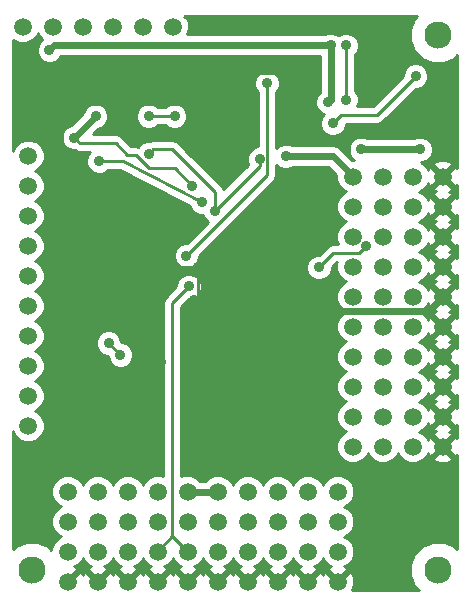
<source format=gbl>
G04 (created by PCBNEW (25-Oct-2014 BZR 4029)-stable) date Tue 06 Oct 2015 06:54:10 PM EDT*
%MOIN*%
G04 Gerber Fmt 3.4, Leading zero omitted, Abs format*
%FSLAX34Y34*%
G01*
G70*
G90*
G04 APERTURE LIST*
%ADD10C,0.00590551*%
%ADD11C,0.0590551*%
%ADD12C,0.0905512*%
%ADD13C,0.035*%
%ADD14C,0.0228346*%
%ADD15C,0.01*%
G04 APERTURE END LIST*
G54D10*
G54D11*
X71500Y-40000D03*
X70500Y-40000D03*
X69500Y-40000D03*
X72500Y-40000D03*
X73500Y-40000D03*
X74500Y-40000D03*
X71000Y-56500D03*
X71000Y-55500D03*
X71000Y-57500D03*
X71000Y-58500D03*
X72000Y-56500D03*
X72000Y-55500D03*
X72000Y-57500D03*
X72000Y-58500D03*
X73000Y-56500D03*
X73000Y-55500D03*
X73000Y-57500D03*
X73000Y-58500D03*
X74000Y-56500D03*
X74000Y-55500D03*
X74000Y-57500D03*
X74000Y-58500D03*
X75000Y-56500D03*
X75000Y-55500D03*
X75000Y-57500D03*
X75000Y-58500D03*
X76000Y-56500D03*
X76000Y-55500D03*
X76000Y-57500D03*
X76000Y-58500D03*
X77000Y-56500D03*
X77000Y-55500D03*
X77000Y-57500D03*
X77000Y-58500D03*
X79000Y-56500D03*
X79000Y-55500D03*
X79000Y-57500D03*
X79000Y-58500D03*
X81500Y-46000D03*
X80500Y-46000D03*
X82500Y-46000D03*
X83500Y-46000D03*
X81500Y-47000D03*
X80500Y-47000D03*
X82500Y-47000D03*
X83500Y-47000D03*
X81500Y-45000D03*
X80500Y-45000D03*
X82500Y-45000D03*
X83500Y-45000D03*
X81500Y-48000D03*
X80500Y-48000D03*
X82500Y-48000D03*
X83500Y-48000D03*
X81500Y-49000D03*
X80500Y-49000D03*
X82500Y-49000D03*
X83500Y-49000D03*
X81500Y-50000D03*
X80500Y-50000D03*
X82500Y-50000D03*
X83500Y-50000D03*
X81500Y-51000D03*
X80500Y-51000D03*
X82500Y-51000D03*
X83500Y-51000D03*
X81500Y-52000D03*
X80500Y-52000D03*
X82500Y-52000D03*
X83500Y-52000D03*
X81500Y-53000D03*
X80500Y-53000D03*
X82500Y-53000D03*
X83500Y-53000D03*
X81500Y-54000D03*
X80500Y-54000D03*
X82500Y-54000D03*
X83500Y-54000D03*
X78000Y-56500D03*
X78000Y-55500D03*
X78000Y-57500D03*
X78000Y-58500D03*
X80000Y-56500D03*
X80000Y-55500D03*
X80000Y-57500D03*
X80000Y-58500D03*
X69685Y-49318D03*
X69685Y-50318D03*
X69685Y-51318D03*
X69685Y-52318D03*
X69685Y-53318D03*
X69685Y-48318D03*
X69685Y-47318D03*
X69685Y-46318D03*
X69685Y-45318D03*
X69685Y-44318D03*
G54D12*
X83346Y-40275D03*
X83346Y-58110D03*
X69803Y-58110D03*
G54D13*
X82755Y-44094D03*
X80787Y-44094D03*
X72362Y-50551D03*
X72755Y-50944D03*
X73700Y-44251D03*
X75905Y-46141D03*
X77401Y-44409D03*
X78267Y-44330D03*
X79685Y-42519D03*
X79763Y-40629D03*
X70393Y-40787D03*
X79527Y-50039D03*
X73700Y-49685D03*
X74094Y-51181D03*
X75196Y-49133D03*
X74251Y-48031D03*
X75354Y-48031D03*
X76692Y-43858D03*
X78976Y-41968D03*
X75354Y-42047D03*
X73622Y-41889D03*
X70551Y-42755D03*
X77637Y-41889D03*
X74960Y-47637D03*
X72047Y-44488D03*
X75472Y-45866D03*
X75157Y-45314D03*
X71929Y-42992D03*
X71220Y-43700D03*
X73700Y-42992D03*
X74566Y-42992D03*
X80275Y-40629D03*
X80275Y-42440D03*
X80944Y-47322D03*
X79370Y-48031D03*
X82598Y-41653D03*
X79842Y-43228D03*
X75039Y-48661D03*
G54D14*
X80787Y-44094D02*
X82755Y-44094D01*
G54D15*
X72755Y-50944D02*
X72362Y-50551D01*
X75905Y-45511D02*
X75905Y-46141D01*
X74488Y-44094D02*
X75905Y-45511D01*
X73858Y-44094D02*
X74488Y-44094D01*
X73700Y-44251D02*
X73858Y-44094D01*
X75905Y-46141D02*
X77401Y-44645D01*
X77401Y-44645D02*
X77401Y-44409D01*
G54D14*
X80500Y-44988D02*
X80500Y-45000D01*
X79842Y-44330D02*
X80500Y-44988D01*
X78267Y-44330D02*
X79842Y-44330D01*
X75000Y-55500D02*
X76000Y-55500D01*
X79763Y-40629D02*
X79763Y-42440D01*
X79763Y-42440D02*
X79685Y-42519D01*
X70551Y-40629D02*
X79763Y-40629D01*
X70393Y-40787D02*
X70551Y-40629D01*
X83011Y-49488D02*
X83500Y-49000D01*
X80078Y-49488D02*
X83011Y-49488D01*
X79527Y-50039D02*
X80078Y-49488D01*
G54D15*
X73700Y-50787D02*
X73700Y-49685D01*
X74094Y-51181D02*
X73700Y-50787D01*
X75354Y-48031D02*
X75354Y-48976D01*
X75354Y-48976D02*
X75196Y-49133D01*
X75354Y-48031D02*
X74251Y-48031D01*
G54D14*
X75354Y-42047D02*
X76692Y-43385D01*
X76692Y-43385D02*
X76692Y-43858D01*
X78503Y-41496D02*
X78976Y-41968D01*
X75905Y-41496D02*
X78503Y-41496D01*
X75354Y-42047D02*
X75354Y-42047D01*
X75354Y-42047D02*
X75905Y-41496D01*
X71417Y-41889D02*
X73622Y-41889D01*
X70551Y-42755D02*
X71417Y-41889D01*
G54D15*
X77637Y-44960D02*
X77637Y-41889D01*
X74960Y-47637D02*
X77637Y-44960D01*
X72834Y-44488D02*
X72047Y-44488D01*
X75472Y-45866D02*
X72834Y-44488D01*
X71220Y-43700D02*
X71417Y-43897D01*
X74566Y-44724D02*
X75157Y-45314D01*
X73700Y-44724D02*
X74566Y-44724D01*
X73267Y-44291D02*
X73700Y-44724D01*
X72992Y-44291D02*
X73267Y-44291D01*
X72598Y-43897D02*
X72992Y-44291D01*
X71417Y-43897D02*
X72598Y-43897D01*
G54D14*
X71220Y-43700D02*
X71929Y-42992D01*
G54D15*
X73700Y-42992D02*
X74566Y-42992D01*
X80275Y-42440D02*
X80275Y-40629D01*
X80708Y-47559D02*
X80944Y-47322D01*
X79842Y-47559D02*
X80708Y-47559D01*
X79370Y-48031D02*
X79842Y-47559D01*
X81299Y-42952D02*
X82598Y-41653D01*
X80118Y-42952D02*
X81299Y-42952D01*
X79842Y-43228D02*
X80118Y-42952D01*
X74000Y-57500D02*
X74000Y-57476D01*
X74000Y-57476D02*
X74488Y-56988D01*
X75039Y-48661D02*
X74488Y-49212D01*
X74488Y-49212D02*
X74488Y-56988D01*
X74488Y-56988D02*
X75000Y-57500D01*
G54D10*
G36*
X74576Y-40005D02*
X74505Y-40076D01*
X74500Y-40070D01*
X74494Y-40076D01*
X74423Y-40005D01*
X74429Y-40000D01*
X74423Y-39994D01*
X74494Y-39923D01*
X74500Y-39929D01*
X74505Y-39923D01*
X74576Y-39994D01*
X74570Y-40000D01*
X74576Y-40005D01*
X74576Y-40005D01*
G37*
G54D15*
X74576Y-40005D02*
X74505Y-40076D01*
X74500Y-40070D01*
X74494Y-40076D01*
X74423Y-40005D01*
X74429Y-40000D01*
X74423Y-39994D01*
X74494Y-39923D01*
X74500Y-39929D01*
X74505Y-39923D01*
X74576Y-39994D01*
X74570Y-40000D01*
X74576Y-40005D01*
G54D10*
G36*
X83982Y-57422D02*
X83877Y-57317D01*
X83811Y-57290D01*
X83811Y-54382D01*
X83500Y-54070D01*
X83429Y-54141D01*
X83429Y-54000D01*
X83117Y-53688D01*
X83022Y-53714D01*
X82999Y-53780D01*
X82962Y-53691D01*
X82809Y-53538D01*
X82717Y-53500D01*
X82808Y-53462D01*
X82961Y-53309D01*
X82997Y-53224D01*
X83022Y-53285D01*
X83117Y-53311D01*
X83429Y-53000D01*
X83117Y-52688D01*
X83022Y-52714D01*
X82999Y-52780D01*
X82962Y-52691D01*
X82809Y-52538D01*
X82717Y-52500D01*
X82808Y-52462D01*
X82961Y-52309D01*
X82997Y-52224D01*
X83022Y-52285D01*
X83117Y-52311D01*
X83429Y-52000D01*
X83117Y-51688D01*
X83022Y-51714D01*
X82999Y-51780D01*
X82962Y-51691D01*
X82809Y-51538D01*
X82717Y-51500D01*
X82808Y-51462D01*
X82961Y-51309D01*
X82997Y-51224D01*
X83022Y-51285D01*
X83117Y-51311D01*
X83429Y-51000D01*
X83117Y-50688D01*
X83022Y-50714D01*
X82999Y-50780D01*
X82962Y-50691D01*
X82809Y-50538D01*
X82717Y-50500D01*
X82808Y-50462D01*
X82961Y-50309D01*
X82997Y-50224D01*
X83022Y-50285D01*
X83117Y-50311D01*
X83429Y-50000D01*
X83117Y-49688D01*
X83022Y-49714D01*
X82999Y-49780D01*
X82962Y-49691D01*
X82809Y-49538D01*
X82717Y-49500D01*
X82808Y-49462D01*
X82961Y-49309D01*
X82997Y-49224D01*
X83022Y-49285D01*
X83117Y-49311D01*
X83429Y-49000D01*
X83117Y-48688D01*
X83022Y-48714D01*
X82999Y-48780D01*
X82962Y-48691D01*
X82809Y-48538D01*
X82717Y-48500D01*
X82808Y-48462D01*
X82961Y-48309D01*
X82997Y-48224D01*
X83022Y-48285D01*
X83117Y-48311D01*
X83429Y-48000D01*
X83117Y-47688D01*
X83022Y-47714D01*
X82999Y-47780D01*
X82962Y-47691D01*
X82809Y-47538D01*
X82717Y-47500D01*
X82808Y-47462D01*
X82961Y-47309D01*
X82997Y-47224D01*
X83022Y-47285D01*
X83117Y-47311D01*
X83429Y-47000D01*
X83117Y-46688D01*
X83022Y-46714D01*
X82999Y-46780D01*
X82962Y-46691D01*
X82809Y-46538D01*
X82717Y-46500D01*
X82808Y-46462D01*
X82961Y-46309D01*
X82997Y-46224D01*
X83022Y-46285D01*
X83117Y-46311D01*
X83429Y-46000D01*
X83117Y-45688D01*
X83022Y-45714D01*
X82999Y-45780D01*
X82962Y-45691D01*
X82809Y-45538D01*
X82717Y-45500D01*
X82808Y-45462D01*
X82961Y-45309D01*
X82997Y-45224D01*
X83022Y-45285D01*
X83117Y-45311D01*
X83429Y-45000D01*
X83117Y-44688D01*
X83022Y-44714D01*
X82999Y-44780D01*
X82962Y-44691D01*
X82809Y-44538D01*
X82764Y-44519D01*
X82840Y-44519D01*
X82996Y-44454D01*
X83115Y-44335D01*
X83180Y-44179D01*
X83180Y-44010D01*
X83116Y-43854D01*
X82996Y-43734D01*
X82840Y-43669D01*
X82671Y-43669D01*
X82524Y-43730D01*
X81018Y-43730D01*
X80872Y-43669D01*
X80703Y-43669D01*
X80546Y-43733D01*
X80427Y-43853D01*
X80362Y-44009D01*
X80362Y-44178D01*
X80426Y-44334D01*
X80546Y-44454D01*
X80546Y-44454D01*
X80481Y-44454D01*
X80100Y-44073D01*
X79981Y-43994D01*
X79842Y-43966D01*
X78498Y-43966D01*
X78352Y-43905D01*
X78183Y-43905D01*
X78027Y-43970D01*
X77937Y-44059D01*
X77937Y-42190D01*
X77997Y-42130D01*
X78062Y-41974D01*
X78062Y-41805D01*
X77998Y-41649D01*
X77878Y-41529D01*
X77722Y-41464D01*
X77553Y-41464D01*
X77397Y-41529D01*
X77277Y-41648D01*
X77212Y-41804D01*
X77212Y-41973D01*
X77277Y-42130D01*
X77337Y-42190D01*
X77337Y-43984D01*
X77317Y-43984D01*
X77161Y-44048D01*
X77041Y-44168D01*
X76976Y-44324D01*
X76976Y-44493D01*
X77021Y-44601D01*
X76189Y-45433D01*
X76182Y-45397D01*
X76117Y-45299D01*
X76117Y-45299D01*
X74992Y-44174D01*
X74992Y-42907D01*
X74927Y-42751D01*
X74807Y-42632D01*
X74651Y-42567D01*
X74482Y-42567D01*
X74326Y-42631D01*
X74265Y-42692D01*
X74001Y-42692D01*
X73941Y-42632D01*
X73785Y-42567D01*
X73616Y-42567D01*
X73460Y-42631D01*
X73340Y-42751D01*
X73275Y-42907D01*
X73275Y-43076D01*
X73340Y-43232D01*
X73459Y-43352D01*
X73615Y-43417D01*
X73784Y-43417D01*
X73941Y-43352D01*
X74001Y-43292D01*
X74265Y-43292D01*
X74325Y-43352D01*
X74482Y-43417D01*
X74651Y-43417D01*
X74807Y-43352D01*
X74927Y-43233D01*
X74991Y-43077D01*
X74992Y-42907D01*
X74992Y-44174D01*
X74700Y-43882D01*
X74602Y-43817D01*
X74488Y-43794D01*
X73858Y-43794D01*
X73743Y-43817D01*
X73728Y-43826D01*
X73728Y-43826D01*
X73616Y-43826D01*
X73460Y-43891D01*
X73344Y-44006D01*
X73344Y-44006D01*
X73267Y-43991D01*
X73116Y-43991D01*
X72810Y-43685D01*
X72713Y-43620D01*
X72598Y-43597D01*
X71838Y-43597D01*
X72023Y-43413D01*
X72169Y-43352D01*
X72289Y-43233D01*
X72354Y-43077D01*
X72354Y-42907D01*
X72289Y-42751D01*
X72170Y-42632D01*
X72014Y-42567D01*
X71844Y-42567D01*
X71688Y-42631D01*
X71569Y-42751D01*
X71507Y-42898D01*
X71126Y-43279D01*
X70980Y-43340D01*
X70860Y-43459D01*
X70795Y-43615D01*
X70795Y-43784D01*
X70859Y-43941D01*
X70979Y-44060D01*
X71135Y-44125D01*
X71229Y-44125D01*
X71229Y-44125D01*
X71302Y-44174D01*
X71417Y-44197D01*
X71417Y-44197D01*
X71736Y-44197D01*
X71687Y-44247D01*
X71622Y-44403D01*
X71622Y-44572D01*
X71686Y-44728D01*
X71806Y-44848D01*
X71962Y-44913D01*
X72131Y-44913D01*
X72287Y-44848D01*
X72348Y-44788D01*
X72760Y-44788D01*
X75064Y-45992D01*
X75111Y-46106D01*
X75231Y-46226D01*
X75387Y-46291D01*
X75507Y-46291D01*
X75545Y-46382D01*
X75664Y-46501D01*
X75670Y-46504D01*
X74961Y-47212D01*
X74876Y-47212D01*
X74720Y-47277D01*
X74600Y-47396D01*
X74535Y-47552D01*
X74535Y-47721D01*
X74600Y-47878D01*
X74719Y-47997D01*
X74875Y-48062D01*
X75044Y-48062D01*
X75201Y-47998D01*
X75320Y-47878D01*
X75385Y-47722D01*
X75385Y-47637D01*
X77849Y-45172D01*
X77849Y-45172D01*
X77914Y-45075D01*
X77937Y-44960D01*
X77937Y-44960D01*
X77937Y-44601D01*
X78026Y-44690D01*
X78182Y-44755D01*
X78351Y-44755D01*
X78499Y-44694D01*
X79691Y-44694D01*
X79954Y-44957D01*
X79954Y-45107D01*
X80037Y-45308D01*
X80190Y-45461D01*
X80282Y-45499D01*
X80191Y-45537D01*
X80038Y-45690D01*
X79954Y-45891D01*
X79954Y-46107D01*
X80037Y-46308D01*
X80190Y-46461D01*
X80282Y-46499D01*
X80191Y-46537D01*
X80038Y-46690D01*
X79954Y-46891D01*
X79954Y-47107D01*
X80017Y-47259D01*
X79842Y-47259D01*
X79727Y-47281D01*
X79630Y-47346D01*
X79370Y-47606D01*
X79285Y-47606D01*
X79129Y-47670D01*
X79009Y-47790D01*
X78945Y-47946D01*
X78945Y-48115D01*
X79009Y-48271D01*
X79129Y-48391D01*
X79285Y-48456D01*
X79454Y-48456D01*
X79610Y-48392D01*
X79730Y-48272D01*
X79795Y-48116D01*
X79795Y-48030D01*
X79966Y-47859D01*
X79968Y-47859D01*
X79954Y-47891D01*
X79954Y-48107D01*
X80037Y-48308D01*
X80190Y-48461D01*
X80282Y-48499D01*
X80191Y-48537D01*
X80038Y-48690D01*
X79954Y-48891D01*
X79954Y-49107D01*
X80037Y-49308D01*
X80190Y-49461D01*
X80282Y-49499D01*
X80191Y-49537D01*
X80038Y-49690D01*
X79954Y-49891D01*
X79954Y-50107D01*
X80037Y-50308D01*
X80190Y-50461D01*
X80282Y-50499D01*
X80191Y-50537D01*
X80038Y-50690D01*
X79954Y-50891D01*
X79954Y-51107D01*
X80037Y-51308D01*
X80190Y-51461D01*
X80282Y-51499D01*
X80191Y-51537D01*
X80038Y-51690D01*
X79954Y-51891D01*
X79954Y-52107D01*
X80037Y-52308D01*
X80190Y-52461D01*
X80282Y-52499D01*
X80191Y-52537D01*
X80038Y-52690D01*
X79954Y-52891D01*
X79954Y-53107D01*
X80037Y-53308D01*
X80190Y-53461D01*
X80282Y-53499D01*
X80191Y-53537D01*
X80038Y-53690D01*
X79954Y-53891D01*
X79954Y-54107D01*
X80037Y-54308D01*
X80190Y-54461D01*
X80391Y-54545D01*
X80607Y-54545D01*
X80808Y-54462D01*
X80961Y-54309D01*
X80999Y-54217D01*
X81037Y-54308D01*
X81190Y-54461D01*
X81391Y-54545D01*
X81607Y-54545D01*
X81808Y-54462D01*
X81961Y-54309D01*
X81999Y-54217D01*
X82037Y-54308D01*
X82190Y-54461D01*
X82391Y-54545D01*
X82607Y-54545D01*
X82808Y-54462D01*
X82961Y-54309D01*
X82997Y-54224D01*
X83022Y-54285D01*
X83117Y-54311D01*
X83429Y-54000D01*
X83429Y-54141D01*
X83188Y-54382D01*
X83214Y-54477D01*
X83419Y-54550D01*
X83636Y-54539D01*
X83785Y-54477D01*
X83811Y-54382D01*
X83811Y-57290D01*
X83533Y-57174D01*
X83161Y-57174D01*
X82817Y-57316D01*
X82553Y-57579D01*
X82410Y-57923D01*
X82410Y-58295D01*
X82552Y-58639D01*
X82698Y-58785D01*
X80475Y-58785D01*
X80477Y-58785D01*
X80550Y-58580D01*
X80539Y-58363D01*
X80477Y-58214D01*
X80382Y-58188D01*
X80070Y-58500D01*
X80076Y-58505D01*
X80005Y-58576D01*
X80000Y-58570D01*
X79994Y-58576D01*
X79923Y-58505D01*
X79929Y-58500D01*
X79617Y-58188D01*
X79522Y-58214D01*
X79501Y-58273D01*
X79477Y-58214D01*
X79382Y-58188D01*
X79070Y-58500D01*
X79076Y-58505D01*
X79005Y-58576D01*
X79000Y-58570D01*
X78994Y-58576D01*
X78923Y-58505D01*
X78929Y-58500D01*
X78617Y-58188D01*
X78522Y-58214D01*
X78501Y-58273D01*
X78477Y-58214D01*
X78382Y-58188D01*
X78070Y-58500D01*
X78076Y-58505D01*
X78005Y-58576D01*
X78000Y-58570D01*
X77994Y-58576D01*
X77923Y-58505D01*
X77929Y-58500D01*
X77617Y-58188D01*
X77522Y-58214D01*
X77501Y-58273D01*
X77477Y-58214D01*
X77382Y-58188D01*
X77070Y-58500D01*
X77076Y-58505D01*
X77005Y-58576D01*
X77000Y-58570D01*
X76994Y-58576D01*
X76923Y-58505D01*
X76929Y-58500D01*
X76617Y-58188D01*
X76522Y-58214D01*
X76501Y-58273D01*
X76477Y-58214D01*
X76382Y-58188D01*
X76070Y-58500D01*
X76076Y-58505D01*
X76005Y-58576D01*
X76000Y-58570D01*
X75994Y-58576D01*
X75923Y-58505D01*
X75929Y-58500D01*
X75617Y-58188D01*
X75522Y-58214D01*
X75501Y-58273D01*
X75477Y-58214D01*
X75382Y-58188D01*
X75070Y-58500D01*
X75076Y-58505D01*
X75005Y-58576D01*
X75000Y-58570D01*
X74994Y-58576D01*
X74923Y-58505D01*
X74929Y-58500D01*
X74617Y-58188D01*
X74522Y-58214D01*
X74501Y-58273D01*
X74477Y-58214D01*
X74382Y-58188D01*
X74070Y-58500D01*
X74076Y-58505D01*
X74005Y-58576D01*
X74000Y-58570D01*
X73994Y-58576D01*
X73923Y-58505D01*
X73929Y-58500D01*
X73617Y-58188D01*
X73522Y-58214D01*
X73501Y-58273D01*
X73477Y-58214D01*
X73382Y-58188D01*
X73070Y-58500D01*
X73076Y-58505D01*
X73005Y-58576D01*
X73000Y-58570D01*
X72994Y-58576D01*
X72923Y-58505D01*
X72929Y-58500D01*
X72617Y-58188D01*
X72522Y-58214D01*
X72501Y-58273D01*
X72477Y-58214D01*
X72382Y-58188D01*
X72070Y-58500D01*
X72076Y-58505D01*
X72005Y-58576D01*
X72000Y-58570D01*
X71994Y-58576D01*
X71923Y-58505D01*
X71929Y-58500D01*
X71617Y-58188D01*
X71522Y-58214D01*
X71501Y-58273D01*
X71477Y-58214D01*
X71382Y-58188D01*
X71070Y-58500D01*
X71076Y-58505D01*
X71005Y-58576D01*
X71000Y-58570D01*
X70994Y-58576D01*
X70923Y-58505D01*
X70929Y-58500D01*
X70923Y-58494D01*
X70994Y-58423D01*
X71000Y-58429D01*
X71311Y-58117D01*
X71285Y-58022D01*
X71219Y-57999D01*
X71308Y-57962D01*
X71461Y-57809D01*
X71499Y-57717D01*
X71537Y-57808D01*
X71690Y-57961D01*
X71775Y-57997D01*
X71714Y-58022D01*
X71688Y-58117D01*
X72000Y-58429D01*
X72311Y-58117D01*
X72285Y-58022D01*
X72219Y-57999D01*
X72308Y-57962D01*
X72461Y-57809D01*
X72499Y-57717D01*
X72537Y-57808D01*
X72690Y-57961D01*
X72775Y-57997D01*
X72714Y-58022D01*
X72688Y-58117D01*
X73000Y-58429D01*
X73311Y-58117D01*
X73285Y-58022D01*
X73219Y-57999D01*
X73308Y-57962D01*
X73461Y-57809D01*
X73499Y-57717D01*
X73537Y-57808D01*
X73690Y-57961D01*
X73775Y-57997D01*
X73714Y-58022D01*
X73688Y-58117D01*
X74000Y-58429D01*
X74311Y-58117D01*
X74285Y-58022D01*
X74219Y-57999D01*
X74308Y-57962D01*
X74461Y-57809D01*
X74499Y-57717D01*
X74537Y-57808D01*
X74690Y-57961D01*
X74775Y-57997D01*
X74714Y-58022D01*
X74688Y-58117D01*
X75000Y-58429D01*
X75311Y-58117D01*
X75285Y-58022D01*
X75219Y-57999D01*
X75308Y-57962D01*
X75461Y-57809D01*
X75499Y-57717D01*
X75537Y-57808D01*
X75690Y-57961D01*
X75775Y-57997D01*
X75714Y-58022D01*
X75688Y-58117D01*
X76000Y-58429D01*
X76311Y-58117D01*
X76285Y-58022D01*
X76219Y-57999D01*
X76308Y-57962D01*
X76461Y-57809D01*
X76499Y-57717D01*
X76537Y-57808D01*
X76690Y-57961D01*
X76775Y-57997D01*
X76714Y-58022D01*
X76688Y-58117D01*
X77000Y-58429D01*
X77311Y-58117D01*
X77285Y-58022D01*
X77219Y-57999D01*
X77308Y-57962D01*
X77461Y-57809D01*
X77499Y-57717D01*
X77537Y-57808D01*
X77690Y-57961D01*
X77775Y-57997D01*
X77714Y-58022D01*
X77688Y-58117D01*
X78000Y-58429D01*
X78311Y-58117D01*
X78285Y-58022D01*
X78219Y-57999D01*
X78308Y-57962D01*
X78461Y-57809D01*
X78499Y-57717D01*
X78537Y-57808D01*
X78690Y-57961D01*
X78775Y-57997D01*
X78714Y-58022D01*
X78688Y-58117D01*
X79000Y-58429D01*
X79311Y-58117D01*
X79285Y-58022D01*
X79219Y-57999D01*
X79308Y-57962D01*
X79461Y-57809D01*
X79499Y-57717D01*
X79537Y-57808D01*
X79690Y-57961D01*
X79775Y-57997D01*
X79714Y-58022D01*
X79688Y-58117D01*
X80000Y-58429D01*
X80311Y-58117D01*
X80285Y-58022D01*
X80219Y-57999D01*
X80308Y-57962D01*
X80461Y-57809D01*
X80545Y-57608D01*
X80545Y-57392D01*
X80462Y-57191D01*
X80309Y-57038D01*
X80217Y-57000D01*
X80308Y-56962D01*
X80461Y-56809D01*
X80545Y-56608D01*
X80545Y-56392D01*
X80462Y-56191D01*
X80309Y-56038D01*
X80217Y-56000D01*
X80308Y-55962D01*
X80461Y-55809D01*
X80545Y-55608D01*
X80545Y-55392D01*
X80462Y-55191D01*
X80309Y-55038D01*
X80108Y-54954D01*
X79892Y-54954D01*
X79691Y-55037D01*
X79538Y-55190D01*
X79500Y-55282D01*
X79462Y-55191D01*
X79309Y-55038D01*
X79108Y-54954D01*
X78892Y-54954D01*
X78691Y-55037D01*
X78538Y-55190D01*
X78500Y-55282D01*
X78462Y-55191D01*
X78309Y-55038D01*
X78108Y-54954D01*
X77892Y-54954D01*
X77691Y-55037D01*
X77538Y-55190D01*
X77500Y-55282D01*
X77462Y-55191D01*
X77309Y-55038D01*
X77108Y-54954D01*
X76892Y-54954D01*
X76691Y-55037D01*
X76538Y-55190D01*
X76500Y-55282D01*
X76462Y-55191D01*
X76309Y-55038D01*
X76108Y-54954D01*
X75892Y-54954D01*
X75691Y-55037D01*
X75592Y-55135D01*
X75406Y-55135D01*
X75309Y-55038D01*
X75108Y-54954D01*
X74892Y-54954D01*
X74788Y-54997D01*
X74788Y-49336D01*
X75038Y-49086D01*
X75123Y-49086D01*
X75279Y-49021D01*
X75399Y-48902D01*
X75464Y-48746D01*
X75464Y-48577D01*
X75399Y-48420D01*
X75280Y-48301D01*
X75124Y-48236D01*
X74955Y-48236D01*
X74798Y-48300D01*
X74679Y-48420D01*
X74614Y-48576D01*
X74614Y-48662D01*
X74276Y-49000D01*
X74211Y-49097D01*
X74188Y-49212D01*
X74188Y-54987D01*
X74108Y-54954D01*
X73892Y-54954D01*
X73691Y-55037D01*
X73538Y-55190D01*
X73500Y-55282D01*
X73462Y-55191D01*
X73309Y-55038D01*
X73180Y-54984D01*
X73180Y-50860D01*
X73116Y-50704D01*
X72996Y-50584D01*
X72840Y-50519D01*
X72787Y-50519D01*
X72787Y-50467D01*
X72722Y-50310D01*
X72603Y-50191D01*
X72447Y-50126D01*
X72278Y-50126D01*
X72121Y-50190D01*
X72002Y-50310D01*
X71937Y-50466D01*
X71937Y-50635D01*
X72001Y-50791D01*
X72121Y-50911D01*
X72277Y-50976D01*
X72330Y-50976D01*
X72330Y-51029D01*
X72395Y-51185D01*
X72514Y-51304D01*
X72670Y-51369D01*
X72840Y-51369D01*
X72996Y-51305D01*
X73115Y-51185D01*
X73180Y-51029D01*
X73180Y-50860D01*
X73180Y-54984D01*
X73108Y-54954D01*
X72892Y-54954D01*
X72691Y-55037D01*
X72538Y-55190D01*
X72500Y-55282D01*
X72462Y-55191D01*
X72309Y-55038D01*
X72108Y-54954D01*
X71892Y-54954D01*
X71691Y-55037D01*
X71538Y-55190D01*
X71500Y-55282D01*
X71462Y-55191D01*
X71309Y-55038D01*
X71108Y-54954D01*
X70892Y-54954D01*
X70691Y-55037D01*
X70538Y-55190D01*
X70454Y-55391D01*
X70454Y-55607D01*
X70537Y-55808D01*
X70690Y-55961D01*
X70782Y-55999D01*
X70691Y-56037D01*
X70538Y-56190D01*
X70454Y-56391D01*
X70454Y-56607D01*
X70537Y-56808D01*
X70690Y-56961D01*
X70782Y-56999D01*
X70691Y-57037D01*
X70538Y-57190D01*
X70454Y-57391D01*
X70454Y-57438D01*
X70333Y-57317D01*
X69990Y-57174D01*
X69617Y-57174D01*
X69273Y-57316D01*
X69167Y-57422D01*
X69167Y-53493D01*
X69222Y-53627D01*
X69375Y-53780D01*
X69576Y-53864D01*
X69793Y-53864D01*
X69993Y-53781D01*
X70147Y-53628D01*
X70230Y-53427D01*
X70230Y-53210D01*
X70147Y-53010D01*
X69994Y-52856D01*
X69902Y-52818D01*
X69993Y-52781D01*
X70147Y-52628D01*
X70230Y-52427D01*
X70230Y-52210D01*
X70147Y-52010D01*
X69994Y-51856D01*
X69902Y-51818D01*
X69993Y-51781D01*
X70147Y-51628D01*
X70230Y-51427D01*
X70230Y-51210D01*
X70147Y-51010D01*
X69994Y-50856D01*
X69902Y-50818D01*
X69993Y-50781D01*
X70147Y-50628D01*
X70230Y-50427D01*
X70230Y-50210D01*
X70147Y-50010D01*
X69994Y-49856D01*
X69902Y-49818D01*
X69993Y-49781D01*
X70147Y-49628D01*
X70230Y-49427D01*
X70230Y-49210D01*
X70147Y-49010D01*
X69994Y-48856D01*
X69902Y-48818D01*
X69993Y-48781D01*
X70147Y-48628D01*
X70230Y-48427D01*
X70230Y-48210D01*
X70147Y-48010D01*
X69994Y-47856D01*
X69902Y-47818D01*
X69993Y-47781D01*
X70147Y-47628D01*
X70230Y-47427D01*
X70230Y-47210D01*
X70147Y-47010D01*
X69994Y-46856D01*
X69902Y-46818D01*
X69993Y-46781D01*
X70147Y-46628D01*
X70230Y-46427D01*
X70230Y-46210D01*
X70147Y-46010D01*
X69994Y-45856D01*
X69902Y-45818D01*
X69993Y-45781D01*
X70147Y-45628D01*
X70230Y-45427D01*
X70230Y-45210D01*
X70147Y-45010D01*
X69994Y-44856D01*
X69902Y-44818D01*
X69993Y-44781D01*
X70147Y-44628D01*
X70230Y-44427D01*
X70230Y-44210D01*
X70147Y-44010D01*
X69994Y-43856D01*
X69793Y-43773D01*
X69577Y-43773D01*
X69376Y-43856D01*
X69223Y-44009D01*
X69167Y-44143D01*
X69167Y-40438D01*
X69190Y-40461D01*
X69391Y-40545D01*
X69607Y-40545D01*
X69808Y-40462D01*
X69961Y-40309D01*
X69999Y-40217D01*
X70037Y-40308D01*
X70154Y-40426D01*
X70153Y-40426D01*
X70033Y-40546D01*
X69968Y-40702D01*
X69968Y-40871D01*
X70033Y-41027D01*
X70152Y-41147D01*
X70308Y-41212D01*
X70477Y-41212D01*
X70634Y-41147D01*
X70753Y-41028D01*
X70768Y-40994D01*
X79399Y-40994D01*
X79399Y-42204D01*
X79324Y-42278D01*
X79260Y-42434D01*
X79259Y-42603D01*
X79324Y-42760D01*
X79443Y-42879D01*
X79547Y-42922D01*
X79482Y-42987D01*
X79417Y-43143D01*
X79417Y-43312D01*
X79482Y-43468D01*
X79601Y-43588D01*
X79757Y-43653D01*
X79926Y-43653D01*
X80082Y-43588D01*
X80202Y-43469D01*
X80267Y-43313D01*
X80267Y-43252D01*
X81299Y-43252D01*
X81299Y-43252D01*
X81414Y-43229D01*
X81414Y-43229D01*
X81511Y-43164D01*
X82597Y-42078D01*
X82682Y-42078D01*
X82838Y-42014D01*
X82958Y-41894D01*
X83023Y-41738D01*
X83023Y-41569D01*
X82958Y-41413D01*
X82839Y-41293D01*
X82683Y-41228D01*
X82514Y-41228D01*
X82357Y-41293D01*
X82238Y-41412D01*
X82173Y-41568D01*
X82173Y-41654D01*
X81174Y-42652D01*
X80647Y-42652D01*
X80700Y-42525D01*
X80700Y-42356D01*
X80636Y-42200D01*
X80575Y-42139D01*
X80575Y-40930D01*
X80635Y-40870D01*
X80700Y-40714D01*
X80700Y-40545D01*
X80636Y-40389D01*
X80516Y-40269D01*
X80360Y-40204D01*
X80191Y-40204D01*
X80035Y-40269D01*
X80019Y-40284D01*
X80004Y-40269D01*
X79848Y-40204D01*
X79679Y-40204D01*
X79532Y-40265D01*
X74984Y-40265D01*
X75050Y-40080D01*
X75039Y-39863D01*
X74977Y-39714D01*
X74882Y-39688D01*
X74927Y-39642D01*
X74924Y-39639D01*
X82658Y-39639D01*
X82553Y-39744D01*
X82410Y-40088D01*
X82410Y-40460D01*
X82552Y-40805D01*
X82815Y-41068D01*
X83159Y-41211D01*
X83531Y-41211D01*
X83875Y-41069D01*
X83982Y-40963D01*
X83982Y-44726D01*
X83977Y-44714D01*
X83882Y-44688D01*
X83811Y-44758D01*
X83811Y-44617D01*
X83785Y-44522D01*
X83580Y-44449D01*
X83363Y-44460D01*
X83214Y-44522D01*
X83188Y-44617D01*
X83500Y-44929D01*
X83811Y-44617D01*
X83811Y-44758D01*
X83570Y-45000D01*
X83882Y-45311D01*
X83977Y-45285D01*
X83982Y-45271D01*
X83982Y-45726D01*
X83977Y-45714D01*
X83882Y-45688D01*
X83811Y-45758D01*
X83811Y-45617D01*
X83785Y-45522D01*
X83726Y-45501D01*
X83785Y-45477D01*
X83811Y-45382D01*
X83500Y-45070D01*
X83188Y-45382D01*
X83214Y-45477D01*
X83273Y-45498D01*
X83214Y-45522D01*
X83188Y-45617D01*
X83500Y-45929D01*
X83811Y-45617D01*
X83811Y-45758D01*
X83570Y-46000D01*
X83882Y-46311D01*
X83977Y-46285D01*
X83982Y-46271D01*
X83982Y-46726D01*
X83977Y-46714D01*
X83882Y-46688D01*
X83811Y-46758D01*
X83811Y-46617D01*
X83785Y-46522D01*
X83726Y-46501D01*
X83785Y-46477D01*
X83811Y-46382D01*
X83500Y-46070D01*
X83188Y-46382D01*
X83214Y-46477D01*
X83273Y-46498D01*
X83214Y-46522D01*
X83188Y-46617D01*
X83500Y-46929D01*
X83811Y-46617D01*
X83811Y-46758D01*
X83570Y-47000D01*
X83882Y-47311D01*
X83977Y-47285D01*
X83982Y-47271D01*
X83982Y-47726D01*
X83977Y-47714D01*
X83882Y-47688D01*
X83811Y-47758D01*
X83811Y-47617D01*
X83785Y-47522D01*
X83726Y-47501D01*
X83785Y-47477D01*
X83811Y-47382D01*
X83500Y-47070D01*
X83188Y-47382D01*
X83214Y-47477D01*
X83273Y-47498D01*
X83214Y-47522D01*
X83188Y-47617D01*
X83500Y-47929D01*
X83811Y-47617D01*
X83811Y-47758D01*
X83570Y-48000D01*
X83882Y-48311D01*
X83977Y-48285D01*
X83982Y-48271D01*
X83982Y-48726D01*
X83977Y-48714D01*
X83882Y-48688D01*
X83811Y-48758D01*
X83811Y-48617D01*
X83785Y-48522D01*
X83726Y-48501D01*
X83785Y-48477D01*
X83811Y-48382D01*
X83500Y-48070D01*
X83188Y-48382D01*
X83214Y-48477D01*
X83273Y-48498D01*
X83214Y-48522D01*
X83188Y-48617D01*
X83500Y-48929D01*
X83811Y-48617D01*
X83811Y-48758D01*
X83570Y-49000D01*
X83882Y-49311D01*
X83977Y-49285D01*
X83982Y-49271D01*
X83982Y-49726D01*
X83977Y-49714D01*
X83882Y-49688D01*
X83811Y-49758D01*
X83811Y-49617D01*
X83785Y-49522D01*
X83726Y-49501D01*
X83785Y-49477D01*
X83811Y-49382D01*
X83500Y-49070D01*
X83188Y-49382D01*
X83214Y-49477D01*
X83273Y-49498D01*
X83214Y-49522D01*
X83188Y-49617D01*
X83500Y-49929D01*
X83811Y-49617D01*
X83811Y-49758D01*
X83570Y-50000D01*
X83882Y-50311D01*
X83977Y-50285D01*
X83982Y-50271D01*
X83982Y-50726D01*
X83977Y-50714D01*
X83882Y-50688D01*
X83811Y-50758D01*
X83811Y-50617D01*
X83785Y-50522D01*
X83726Y-50501D01*
X83785Y-50477D01*
X83811Y-50382D01*
X83500Y-50070D01*
X83188Y-50382D01*
X83214Y-50477D01*
X83273Y-50498D01*
X83214Y-50522D01*
X83188Y-50617D01*
X83500Y-50929D01*
X83811Y-50617D01*
X83811Y-50758D01*
X83570Y-51000D01*
X83882Y-51311D01*
X83977Y-51285D01*
X83982Y-51271D01*
X83982Y-51726D01*
X83977Y-51714D01*
X83882Y-51688D01*
X83811Y-51758D01*
X83811Y-51617D01*
X83785Y-51522D01*
X83726Y-51501D01*
X83785Y-51477D01*
X83811Y-51382D01*
X83500Y-51070D01*
X83188Y-51382D01*
X83214Y-51477D01*
X83273Y-51498D01*
X83214Y-51522D01*
X83188Y-51617D01*
X83500Y-51929D01*
X83811Y-51617D01*
X83811Y-51758D01*
X83570Y-52000D01*
X83882Y-52311D01*
X83977Y-52285D01*
X83982Y-52271D01*
X83982Y-52726D01*
X83977Y-52714D01*
X83882Y-52688D01*
X83811Y-52758D01*
X83811Y-52617D01*
X83785Y-52522D01*
X83726Y-52501D01*
X83785Y-52477D01*
X83811Y-52382D01*
X83500Y-52070D01*
X83188Y-52382D01*
X83214Y-52477D01*
X83273Y-52498D01*
X83214Y-52522D01*
X83188Y-52617D01*
X83500Y-52929D01*
X83811Y-52617D01*
X83811Y-52758D01*
X83570Y-53000D01*
X83882Y-53311D01*
X83977Y-53285D01*
X83982Y-53271D01*
X83982Y-53726D01*
X83977Y-53714D01*
X83882Y-53688D01*
X83811Y-53758D01*
X83811Y-53617D01*
X83785Y-53522D01*
X83726Y-53501D01*
X83785Y-53477D01*
X83811Y-53382D01*
X83500Y-53070D01*
X83188Y-53382D01*
X83214Y-53477D01*
X83273Y-53498D01*
X83214Y-53522D01*
X83188Y-53617D01*
X83500Y-53929D01*
X83811Y-53617D01*
X83811Y-53758D01*
X83570Y-54000D01*
X83882Y-54311D01*
X83977Y-54285D01*
X83982Y-54271D01*
X83982Y-57422D01*
X83982Y-57422D01*
G37*
G54D15*
X83982Y-57422D02*
X83877Y-57317D01*
X83811Y-57290D01*
X83811Y-54382D01*
X83500Y-54070D01*
X83429Y-54141D01*
X83429Y-54000D01*
X83117Y-53688D01*
X83022Y-53714D01*
X82999Y-53780D01*
X82962Y-53691D01*
X82809Y-53538D01*
X82717Y-53500D01*
X82808Y-53462D01*
X82961Y-53309D01*
X82997Y-53224D01*
X83022Y-53285D01*
X83117Y-53311D01*
X83429Y-53000D01*
X83117Y-52688D01*
X83022Y-52714D01*
X82999Y-52780D01*
X82962Y-52691D01*
X82809Y-52538D01*
X82717Y-52500D01*
X82808Y-52462D01*
X82961Y-52309D01*
X82997Y-52224D01*
X83022Y-52285D01*
X83117Y-52311D01*
X83429Y-52000D01*
X83117Y-51688D01*
X83022Y-51714D01*
X82999Y-51780D01*
X82962Y-51691D01*
X82809Y-51538D01*
X82717Y-51500D01*
X82808Y-51462D01*
X82961Y-51309D01*
X82997Y-51224D01*
X83022Y-51285D01*
X83117Y-51311D01*
X83429Y-51000D01*
X83117Y-50688D01*
X83022Y-50714D01*
X82999Y-50780D01*
X82962Y-50691D01*
X82809Y-50538D01*
X82717Y-50500D01*
X82808Y-50462D01*
X82961Y-50309D01*
X82997Y-50224D01*
X83022Y-50285D01*
X83117Y-50311D01*
X83429Y-50000D01*
X83117Y-49688D01*
X83022Y-49714D01*
X82999Y-49780D01*
X82962Y-49691D01*
X82809Y-49538D01*
X82717Y-49500D01*
X82808Y-49462D01*
X82961Y-49309D01*
X82997Y-49224D01*
X83022Y-49285D01*
X83117Y-49311D01*
X83429Y-49000D01*
X83117Y-48688D01*
X83022Y-48714D01*
X82999Y-48780D01*
X82962Y-48691D01*
X82809Y-48538D01*
X82717Y-48500D01*
X82808Y-48462D01*
X82961Y-48309D01*
X82997Y-48224D01*
X83022Y-48285D01*
X83117Y-48311D01*
X83429Y-48000D01*
X83117Y-47688D01*
X83022Y-47714D01*
X82999Y-47780D01*
X82962Y-47691D01*
X82809Y-47538D01*
X82717Y-47500D01*
X82808Y-47462D01*
X82961Y-47309D01*
X82997Y-47224D01*
X83022Y-47285D01*
X83117Y-47311D01*
X83429Y-47000D01*
X83117Y-46688D01*
X83022Y-46714D01*
X82999Y-46780D01*
X82962Y-46691D01*
X82809Y-46538D01*
X82717Y-46500D01*
X82808Y-46462D01*
X82961Y-46309D01*
X82997Y-46224D01*
X83022Y-46285D01*
X83117Y-46311D01*
X83429Y-46000D01*
X83117Y-45688D01*
X83022Y-45714D01*
X82999Y-45780D01*
X82962Y-45691D01*
X82809Y-45538D01*
X82717Y-45500D01*
X82808Y-45462D01*
X82961Y-45309D01*
X82997Y-45224D01*
X83022Y-45285D01*
X83117Y-45311D01*
X83429Y-45000D01*
X83117Y-44688D01*
X83022Y-44714D01*
X82999Y-44780D01*
X82962Y-44691D01*
X82809Y-44538D01*
X82764Y-44519D01*
X82840Y-44519D01*
X82996Y-44454D01*
X83115Y-44335D01*
X83180Y-44179D01*
X83180Y-44010D01*
X83116Y-43854D01*
X82996Y-43734D01*
X82840Y-43669D01*
X82671Y-43669D01*
X82524Y-43730D01*
X81018Y-43730D01*
X80872Y-43669D01*
X80703Y-43669D01*
X80546Y-43733D01*
X80427Y-43853D01*
X80362Y-44009D01*
X80362Y-44178D01*
X80426Y-44334D01*
X80546Y-44454D01*
X80546Y-44454D01*
X80481Y-44454D01*
X80100Y-44073D01*
X79981Y-43994D01*
X79842Y-43966D01*
X78498Y-43966D01*
X78352Y-43905D01*
X78183Y-43905D01*
X78027Y-43970D01*
X77937Y-44059D01*
X77937Y-42190D01*
X77997Y-42130D01*
X78062Y-41974D01*
X78062Y-41805D01*
X77998Y-41649D01*
X77878Y-41529D01*
X77722Y-41464D01*
X77553Y-41464D01*
X77397Y-41529D01*
X77277Y-41648D01*
X77212Y-41804D01*
X77212Y-41973D01*
X77277Y-42130D01*
X77337Y-42190D01*
X77337Y-43984D01*
X77317Y-43984D01*
X77161Y-44048D01*
X77041Y-44168D01*
X76976Y-44324D01*
X76976Y-44493D01*
X77021Y-44601D01*
X76189Y-45433D01*
X76182Y-45397D01*
X76117Y-45299D01*
X76117Y-45299D01*
X74992Y-44174D01*
X74992Y-42907D01*
X74927Y-42751D01*
X74807Y-42632D01*
X74651Y-42567D01*
X74482Y-42567D01*
X74326Y-42631D01*
X74265Y-42692D01*
X74001Y-42692D01*
X73941Y-42632D01*
X73785Y-42567D01*
X73616Y-42567D01*
X73460Y-42631D01*
X73340Y-42751D01*
X73275Y-42907D01*
X73275Y-43076D01*
X73340Y-43232D01*
X73459Y-43352D01*
X73615Y-43417D01*
X73784Y-43417D01*
X73941Y-43352D01*
X74001Y-43292D01*
X74265Y-43292D01*
X74325Y-43352D01*
X74482Y-43417D01*
X74651Y-43417D01*
X74807Y-43352D01*
X74927Y-43233D01*
X74991Y-43077D01*
X74992Y-42907D01*
X74992Y-44174D01*
X74700Y-43882D01*
X74602Y-43817D01*
X74488Y-43794D01*
X73858Y-43794D01*
X73743Y-43817D01*
X73728Y-43826D01*
X73728Y-43826D01*
X73616Y-43826D01*
X73460Y-43891D01*
X73344Y-44006D01*
X73344Y-44006D01*
X73267Y-43991D01*
X73116Y-43991D01*
X72810Y-43685D01*
X72713Y-43620D01*
X72598Y-43597D01*
X71838Y-43597D01*
X72023Y-43413D01*
X72169Y-43352D01*
X72289Y-43233D01*
X72354Y-43077D01*
X72354Y-42907D01*
X72289Y-42751D01*
X72170Y-42632D01*
X72014Y-42567D01*
X71844Y-42567D01*
X71688Y-42631D01*
X71569Y-42751D01*
X71507Y-42898D01*
X71126Y-43279D01*
X70980Y-43340D01*
X70860Y-43459D01*
X70795Y-43615D01*
X70795Y-43784D01*
X70859Y-43941D01*
X70979Y-44060D01*
X71135Y-44125D01*
X71229Y-44125D01*
X71229Y-44125D01*
X71302Y-44174D01*
X71417Y-44197D01*
X71417Y-44197D01*
X71736Y-44197D01*
X71687Y-44247D01*
X71622Y-44403D01*
X71622Y-44572D01*
X71686Y-44728D01*
X71806Y-44848D01*
X71962Y-44913D01*
X72131Y-44913D01*
X72287Y-44848D01*
X72348Y-44788D01*
X72760Y-44788D01*
X75064Y-45992D01*
X75111Y-46106D01*
X75231Y-46226D01*
X75387Y-46291D01*
X75507Y-46291D01*
X75545Y-46382D01*
X75664Y-46501D01*
X75670Y-46504D01*
X74961Y-47212D01*
X74876Y-47212D01*
X74720Y-47277D01*
X74600Y-47396D01*
X74535Y-47552D01*
X74535Y-47721D01*
X74600Y-47878D01*
X74719Y-47997D01*
X74875Y-48062D01*
X75044Y-48062D01*
X75201Y-47998D01*
X75320Y-47878D01*
X75385Y-47722D01*
X75385Y-47637D01*
X77849Y-45172D01*
X77849Y-45172D01*
X77914Y-45075D01*
X77937Y-44960D01*
X77937Y-44960D01*
X77937Y-44601D01*
X78026Y-44690D01*
X78182Y-44755D01*
X78351Y-44755D01*
X78499Y-44694D01*
X79691Y-44694D01*
X79954Y-44957D01*
X79954Y-45107D01*
X80037Y-45308D01*
X80190Y-45461D01*
X80282Y-45499D01*
X80191Y-45537D01*
X80038Y-45690D01*
X79954Y-45891D01*
X79954Y-46107D01*
X80037Y-46308D01*
X80190Y-46461D01*
X80282Y-46499D01*
X80191Y-46537D01*
X80038Y-46690D01*
X79954Y-46891D01*
X79954Y-47107D01*
X80017Y-47259D01*
X79842Y-47259D01*
X79727Y-47281D01*
X79630Y-47346D01*
X79370Y-47606D01*
X79285Y-47606D01*
X79129Y-47670D01*
X79009Y-47790D01*
X78945Y-47946D01*
X78945Y-48115D01*
X79009Y-48271D01*
X79129Y-48391D01*
X79285Y-48456D01*
X79454Y-48456D01*
X79610Y-48392D01*
X79730Y-48272D01*
X79795Y-48116D01*
X79795Y-48030D01*
X79966Y-47859D01*
X79968Y-47859D01*
X79954Y-47891D01*
X79954Y-48107D01*
X80037Y-48308D01*
X80190Y-48461D01*
X80282Y-48499D01*
X80191Y-48537D01*
X80038Y-48690D01*
X79954Y-48891D01*
X79954Y-49107D01*
X80037Y-49308D01*
X80190Y-49461D01*
X80282Y-49499D01*
X80191Y-49537D01*
X80038Y-49690D01*
X79954Y-49891D01*
X79954Y-50107D01*
X80037Y-50308D01*
X80190Y-50461D01*
X80282Y-50499D01*
X80191Y-50537D01*
X80038Y-50690D01*
X79954Y-50891D01*
X79954Y-51107D01*
X80037Y-51308D01*
X80190Y-51461D01*
X80282Y-51499D01*
X80191Y-51537D01*
X80038Y-51690D01*
X79954Y-51891D01*
X79954Y-52107D01*
X80037Y-52308D01*
X80190Y-52461D01*
X80282Y-52499D01*
X80191Y-52537D01*
X80038Y-52690D01*
X79954Y-52891D01*
X79954Y-53107D01*
X80037Y-53308D01*
X80190Y-53461D01*
X80282Y-53499D01*
X80191Y-53537D01*
X80038Y-53690D01*
X79954Y-53891D01*
X79954Y-54107D01*
X80037Y-54308D01*
X80190Y-54461D01*
X80391Y-54545D01*
X80607Y-54545D01*
X80808Y-54462D01*
X80961Y-54309D01*
X80999Y-54217D01*
X81037Y-54308D01*
X81190Y-54461D01*
X81391Y-54545D01*
X81607Y-54545D01*
X81808Y-54462D01*
X81961Y-54309D01*
X81999Y-54217D01*
X82037Y-54308D01*
X82190Y-54461D01*
X82391Y-54545D01*
X82607Y-54545D01*
X82808Y-54462D01*
X82961Y-54309D01*
X82997Y-54224D01*
X83022Y-54285D01*
X83117Y-54311D01*
X83429Y-54000D01*
X83429Y-54141D01*
X83188Y-54382D01*
X83214Y-54477D01*
X83419Y-54550D01*
X83636Y-54539D01*
X83785Y-54477D01*
X83811Y-54382D01*
X83811Y-57290D01*
X83533Y-57174D01*
X83161Y-57174D01*
X82817Y-57316D01*
X82553Y-57579D01*
X82410Y-57923D01*
X82410Y-58295D01*
X82552Y-58639D01*
X82698Y-58785D01*
X80475Y-58785D01*
X80477Y-58785D01*
X80550Y-58580D01*
X80539Y-58363D01*
X80477Y-58214D01*
X80382Y-58188D01*
X80070Y-58500D01*
X80076Y-58505D01*
X80005Y-58576D01*
X80000Y-58570D01*
X79994Y-58576D01*
X79923Y-58505D01*
X79929Y-58500D01*
X79617Y-58188D01*
X79522Y-58214D01*
X79501Y-58273D01*
X79477Y-58214D01*
X79382Y-58188D01*
X79070Y-58500D01*
X79076Y-58505D01*
X79005Y-58576D01*
X79000Y-58570D01*
X78994Y-58576D01*
X78923Y-58505D01*
X78929Y-58500D01*
X78617Y-58188D01*
X78522Y-58214D01*
X78501Y-58273D01*
X78477Y-58214D01*
X78382Y-58188D01*
X78070Y-58500D01*
X78076Y-58505D01*
X78005Y-58576D01*
X78000Y-58570D01*
X77994Y-58576D01*
X77923Y-58505D01*
X77929Y-58500D01*
X77617Y-58188D01*
X77522Y-58214D01*
X77501Y-58273D01*
X77477Y-58214D01*
X77382Y-58188D01*
X77070Y-58500D01*
X77076Y-58505D01*
X77005Y-58576D01*
X77000Y-58570D01*
X76994Y-58576D01*
X76923Y-58505D01*
X76929Y-58500D01*
X76617Y-58188D01*
X76522Y-58214D01*
X76501Y-58273D01*
X76477Y-58214D01*
X76382Y-58188D01*
X76070Y-58500D01*
X76076Y-58505D01*
X76005Y-58576D01*
X76000Y-58570D01*
X75994Y-58576D01*
X75923Y-58505D01*
X75929Y-58500D01*
X75617Y-58188D01*
X75522Y-58214D01*
X75501Y-58273D01*
X75477Y-58214D01*
X75382Y-58188D01*
X75070Y-58500D01*
X75076Y-58505D01*
X75005Y-58576D01*
X75000Y-58570D01*
X74994Y-58576D01*
X74923Y-58505D01*
X74929Y-58500D01*
X74617Y-58188D01*
X74522Y-58214D01*
X74501Y-58273D01*
X74477Y-58214D01*
X74382Y-58188D01*
X74070Y-58500D01*
X74076Y-58505D01*
X74005Y-58576D01*
X74000Y-58570D01*
X73994Y-58576D01*
X73923Y-58505D01*
X73929Y-58500D01*
X73617Y-58188D01*
X73522Y-58214D01*
X73501Y-58273D01*
X73477Y-58214D01*
X73382Y-58188D01*
X73070Y-58500D01*
X73076Y-58505D01*
X73005Y-58576D01*
X73000Y-58570D01*
X72994Y-58576D01*
X72923Y-58505D01*
X72929Y-58500D01*
X72617Y-58188D01*
X72522Y-58214D01*
X72501Y-58273D01*
X72477Y-58214D01*
X72382Y-58188D01*
X72070Y-58500D01*
X72076Y-58505D01*
X72005Y-58576D01*
X72000Y-58570D01*
X71994Y-58576D01*
X71923Y-58505D01*
X71929Y-58500D01*
X71617Y-58188D01*
X71522Y-58214D01*
X71501Y-58273D01*
X71477Y-58214D01*
X71382Y-58188D01*
X71070Y-58500D01*
X71076Y-58505D01*
X71005Y-58576D01*
X71000Y-58570D01*
X70994Y-58576D01*
X70923Y-58505D01*
X70929Y-58500D01*
X70923Y-58494D01*
X70994Y-58423D01*
X71000Y-58429D01*
X71311Y-58117D01*
X71285Y-58022D01*
X71219Y-57999D01*
X71308Y-57962D01*
X71461Y-57809D01*
X71499Y-57717D01*
X71537Y-57808D01*
X71690Y-57961D01*
X71775Y-57997D01*
X71714Y-58022D01*
X71688Y-58117D01*
X72000Y-58429D01*
X72311Y-58117D01*
X72285Y-58022D01*
X72219Y-57999D01*
X72308Y-57962D01*
X72461Y-57809D01*
X72499Y-57717D01*
X72537Y-57808D01*
X72690Y-57961D01*
X72775Y-57997D01*
X72714Y-58022D01*
X72688Y-58117D01*
X73000Y-58429D01*
X73311Y-58117D01*
X73285Y-58022D01*
X73219Y-57999D01*
X73308Y-57962D01*
X73461Y-57809D01*
X73499Y-57717D01*
X73537Y-57808D01*
X73690Y-57961D01*
X73775Y-57997D01*
X73714Y-58022D01*
X73688Y-58117D01*
X74000Y-58429D01*
X74311Y-58117D01*
X74285Y-58022D01*
X74219Y-57999D01*
X74308Y-57962D01*
X74461Y-57809D01*
X74499Y-57717D01*
X74537Y-57808D01*
X74690Y-57961D01*
X74775Y-57997D01*
X74714Y-58022D01*
X74688Y-58117D01*
X75000Y-58429D01*
X75311Y-58117D01*
X75285Y-58022D01*
X75219Y-57999D01*
X75308Y-57962D01*
X75461Y-57809D01*
X75499Y-57717D01*
X75537Y-57808D01*
X75690Y-57961D01*
X75775Y-57997D01*
X75714Y-58022D01*
X75688Y-58117D01*
X76000Y-58429D01*
X76311Y-58117D01*
X76285Y-58022D01*
X76219Y-57999D01*
X76308Y-57962D01*
X76461Y-57809D01*
X76499Y-57717D01*
X76537Y-57808D01*
X76690Y-57961D01*
X76775Y-57997D01*
X76714Y-58022D01*
X76688Y-58117D01*
X77000Y-58429D01*
X77311Y-58117D01*
X77285Y-58022D01*
X77219Y-57999D01*
X77308Y-57962D01*
X77461Y-57809D01*
X77499Y-57717D01*
X77537Y-57808D01*
X77690Y-57961D01*
X77775Y-57997D01*
X77714Y-58022D01*
X77688Y-58117D01*
X78000Y-58429D01*
X78311Y-58117D01*
X78285Y-58022D01*
X78219Y-57999D01*
X78308Y-57962D01*
X78461Y-57809D01*
X78499Y-57717D01*
X78537Y-57808D01*
X78690Y-57961D01*
X78775Y-57997D01*
X78714Y-58022D01*
X78688Y-58117D01*
X79000Y-58429D01*
X79311Y-58117D01*
X79285Y-58022D01*
X79219Y-57999D01*
X79308Y-57962D01*
X79461Y-57809D01*
X79499Y-57717D01*
X79537Y-57808D01*
X79690Y-57961D01*
X79775Y-57997D01*
X79714Y-58022D01*
X79688Y-58117D01*
X80000Y-58429D01*
X80311Y-58117D01*
X80285Y-58022D01*
X80219Y-57999D01*
X80308Y-57962D01*
X80461Y-57809D01*
X80545Y-57608D01*
X80545Y-57392D01*
X80462Y-57191D01*
X80309Y-57038D01*
X80217Y-57000D01*
X80308Y-56962D01*
X80461Y-56809D01*
X80545Y-56608D01*
X80545Y-56392D01*
X80462Y-56191D01*
X80309Y-56038D01*
X80217Y-56000D01*
X80308Y-55962D01*
X80461Y-55809D01*
X80545Y-55608D01*
X80545Y-55392D01*
X80462Y-55191D01*
X80309Y-55038D01*
X80108Y-54954D01*
X79892Y-54954D01*
X79691Y-55037D01*
X79538Y-55190D01*
X79500Y-55282D01*
X79462Y-55191D01*
X79309Y-55038D01*
X79108Y-54954D01*
X78892Y-54954D01*
X78691Y-55037D01*
X78538Y-55190D01*
X78500Y-55282D01*
X78462Y-55191D01*
X78309Y-55038D01*
X78108Y-54954D01*
X77892Y-54954D01*
X77691Y-55037D01*
X77538Y-55190D01*
X77500Y-55282D01*
X77462Y-55191D01*
X77309Y-55038D01*
X77108Y-54954D01*
X76892Y-54954D01*
X76691Y-55037D01*
X76538Y-55190D01*
X76500Y-55282D01*
X76462Y-55191D01*
X76309Y-55038D01*
X76108Y-54954D01*
X75892Y-54954D01*
X75691Y-55037D01*
X75592Y-55135D01*
X75406Y-55135D01*
X75309Y-55038D01*
X75108Y-54954D01*
X74892Y-54954D01*
X74788Y-54997D01*
X74788Y-49336D01*
X75038Y-49086D01*
X75123Y-49086D01*
X75279Y-49021D01*
X75399Y-48902D01*
X75464Y-48746D01*
X75464Y-48577D01*
X75399Y-48420D01*
X75280Y-48301D01*
X75124Y-48236D01*
X74955Y-48236D01*
X74798Y-48300D01*
X74679Y-48420D01*
X74614Y-48576D01*
X74614Y-48662D01*
X74276Y-49000D01*
X74211Y-49097D01*
X74188Y-49212D01*
X74188Y-54987D01*
X74108Y-54954D01*
X73892Y-54954D01*
X73691Y-55037D01*
X73538Y-55190D01*
X73500Y-55282D01*
X73462Y-55191D01*
X73309Y-55038D01*
X73180Y-54984D01*
X73180Y-50860D01*
X73116Y-50704D01*
X72996Y-50584D01*
X72840Y-50519D01*
X72787Y-50519D01*
X72787Y-50467D01*
X72722Y-50310D01*
X72603Y-50191D01*
X72447Y-50126D01*
X72278Y-50126D01*
X72121Y-50190D01*
X72002Y-50310D01*
X71937Y-50466D01*
X71937Y-50635D01*
X72001Y-50791D01*
X72121Y-50911D01*
X72277Y-50976D01*
X72330Y-50976D01*
X72330Y-51029D01*
X72395Y-51185D01*
X72514Y-51304D01*
X72670Y-51369D01*
X72840Y-51369D01*
X72996Y-51305D01*
X73115Y-51185D01*
X73180Y-51029D01*
X73180Y-50860D01*
X73180Y-54984D01*
X73108Y-54954D01*
X72892Y-54954D01*
X72691Y-55037D01*
X72538Y-55190D01*
X72500Y-55282D01*
X72462Y-55191D01*
X72309Y-55038D01*
X72108Y-54954D01*
X71892Y-54954D01*
X71691Y-55037D01*
X71538Y-55190D01*
X71500Y-55282D01*
X71462Y-55191D01*
X71309Y-55038D01*
X71108Y-54954D01*
X70892Y-54954D01*
X70691Y-55037D01*
X70538Y-55190D01*
X70454Y-55391D01*
X70454Y-55607D01*
X70537Y-55808D01*
X70690Y-55961D01*
X70782Y-55999D01*
X70691Y-56037D01*
X70538Y-56190D01*
X70454Y-56391D01*
X70454Y-56607D01*
X70537Y-56808D01*
X70690Y-56961D01*
X70782Y-56999D01*
X70691Y-57037D01*
X70538Y-57190D01*
X70454Y-57391D01*
X70454Y-57438D01*
X70333Y-57317D01*
X69990Y-57174D01*
X69617Y-57174D01*
X69273Y-57316D01*
X69167Y-57422D01*
X69167Y-53493D01*
X69222Y-53627D01*
X69375Y-53780D01*
X69576Y-53864D01*
X69793Y-53864D01*
X69993Y-53781D01*
X70147Y-53628D01*
X70230Y-53427D01*
X70230Y-53210D01*
X70147Y-53010D01*
X69994Y-52856D01*
X69902Y-52818D01*
X69993Y-52781D01*
X70147Y-52628D01*
X70230Y-52427D01*
X70230Y-52210D01*
X70147Y-52010D01*
X69994Y-51856D01*
X69902Y-51818D01*
X69993Y-51781D01*
X70147Y-51628D01*
X70230Y-51427D01*
X70230Y-51210D01*
X70147Y-51010D01*
X69994Y-50856D01*
X69902Y-50818D01*
X69993Y-50781D01*
X70147Y-50628D01*
X70230Y-50427D01*
X70230Y-50210D01*
X70147Y-50010D01*
X69994Y-49856D01*
X69902Y-49818D01*
X69993Y-49781D01*
X70147Y-49628D01*
X70230Y-49427D01*
X70230Y-49210D01*
X70147Y-49010D01*
X69994Y-48856D01*
X69902Y-48818D01*
X69993Y-48781D01*
X70147Y-48628D01*
X70230Y-48427D01*
X70230Y-48210D01*
X70147Y-48010D01*
X69994Y-47856D01*
X69902Y-47818D01*
X69993Y-47781D01*
X70147Y-47628D01*
X70230Y-47427D01*
X70230Y-47210D01*
X70147Y-47010D01*
X69994Y-46856D01*
X69902Y-46818D01*
X69993Y-46781D01*
X70147Y-46628D01*
X70230Y-46427D01*
X70230Y-46210D01*
X70147Y-46010D01*
X69994Y-45856D01*
X69902Y-45818D01*
X69993Y-45781D01*
X70147Y-45628D01*
X70230Y-45427D01*
X70230Y-45210D01*
X70147Y-45010D01*
X69994Y-44856D01*
X69902Y-44818D01*
X69993Y-44781D01*
X70147Y-44628D01*
X70230Y-44427D01*
X70230Y-44210D01*
X70147Y-44010D01*
X69994Y-43856D01*
X69793Y-43773D01*
X69577Y-43773D01*
X69376Y-43856D01*
X69223Y-44009D01*
X69167Y-44143D01*
X69167Y-40438D01*
X69190Y-40461D01*
X69391Y-40545D01*
X69607Y-40545D01*
X69808Y-40462D01*
X69961Y-40309D01*
X69999Y-40217D01*
X70037Y-40308D01*
X70154Y-40426D01*
X70153Y-40426D01*
X70033Y-40546D01*
X69968Y-40702D01*
X69968Y-40871D01*
X70033Y-41027D01*
X70152Y-41147D01*
X70308Y-41212D01*
X70477Y-41212D01*
X70634Y-41147D01*
X70753Y-41028D01*
X70768Y-40994D01*
X79399Y-40994D01*
X79399Y-42204D01*
X79324Y-42278D01*
X79260Y-42434D01*
X79259Y-42603D01*
X79324Y-42760D01*
X79443Y-42879D01*
X79547Y-42922D01*
X79482Y-42987D01*
X79417Y-43143D01*
X79417Y-43312D01*
X79482Y-43468D01*
X79601Y-43588D01*
X79757Y-43653D01*
X79926Y-43653D01*
X80082Y-43588D01*
X80202Y-43469D01*
X80267Y-43313D01*
X80267Y-43252D01*
X81299Y-43252D01*
X81299Y-43252D01*
X81414Y-43229D01*
X81414Y-43229D01*
X81511Y-43164D01*
X82597Y-42078D01*
X82682Y-42078D01*
X82838Y-42014D01*
X82958Y-41894D01*
X83023Y-41738D01*
X83023Y-41569D01*
X82958Y-41413D01*
X82839Y-41293D01*
X82683Y-41228D01*
X82514Y-41228D01*
X82357Y-41293D01*
X82238Y-41412D01*
X82173Y-41568D01*
X82173Y-41654D01*
X81174Y-42652D01*
X80647Y-42652D01*
X80700Y-42525D01*
X80700Y-42356D01*
X80636Y-42200D01*
X80575Y-42139D01*
X80575Y-40930D01*
X80635Y-40870D01*
X80700Y-40714D01*
X80700Y-40545D01*
X80636Y-40389D01*
X80516Y-40269D01*
X80360Y-40204D01*
X80191Y-40204D01*
X80035Y-40269D01*
X80019Y-40284D01*
X80004Y-40269D01*
X79848Y-40204D01*
X79679Y-40204D01*
X79532Y-40265D01*
X74984Y-40265D01*
X75050Y-40080D01*
X75039Y-39863D01*
X74977Y-39714D01*
X74882Y-39688D01*
X74927Y-39642D01*
X74924Y-39639D01*
X82658Y-39639D01*
X82553Y-39744D01*
X82410Y-40088D01*
X82410Y-40460D01*
X82552Y-40805D01*
X82815Y-41068D01*
X83159Y-41211D01*
X83531Y-41211D01*
X83875Y-41069D01*
X83982Y-40963D01*
X83982Y-44726D01*
X83977Y-44714D01*
X83882Y-44688D01*
X83811Y-44758D01*
X83811Y-44617D01*
X83785Y-44522D01*
X83580Y-44449D01*
X83363Y-44460D01*
X83214Y-44522D01*
X83188Y-44617D01*
X83500Y-44929D01*
X83811Y-44617D01*
X83811Y-44758D01*
X83570Y-45000D01*
X83882Y-45311D01*
X83977Y-45285D01*
X83982Y-45271D01*
X83982Y-45726D01*
X83977Y-45714D01*
X83882Y-45688D01*
X83811Y-45758D01*
X83811Y-45617D01*
X83785Y-45522D01*
X83726Y-45501D01*
X83785Y-45477D01*
X83811Y-45382D01*
X83500Y-45070D01*
X83188Y-45382D01*
X83214Y-45477D01*
X83273Y-45498D01*
X83214Y-45522D01*
X83188Y-45617D01*
X83500Y-45929D01*
X83811Y-45617D01*
X83811Y-45758D01*
X83570Y-46000D01*
X83882Y-46311D01*
X83977Y-46285D01*
X83982Y-46271D01*
X83982Y-46726D01*
X83977Y-46714D01*
X83882Y-46688D01*
X83811Y-46758D01*
X83811Y-46617D01*
X83785Y-46522D01*
X83726Y-46501D01*
X83785Y-46477D01*
X83811Y-46382D01*
X83500Y-46070D01*
X83188Y-46382D01*
X83214Y-46477D01*
X83273Y-46498D01*
X83214Y-46522D01*
X83188Y-46617D01*
X83500Y-46929D01*
X83811Y-46617D01*
X83811Y-46758D01*
X83570Y-47000D01*
X83882Y-47311D01*
X83977Y-47285D01*
X83982Y-47271D01*
X83982Y-47726D01*
X83977Y-47714D01*
X83882Y-47688D01*
X83811Y-47758D01*
X83811Y-47617D01*
X83785Y-47522D01*
X83726Y-47501D01*
X83785Y-47477D01*
X83811Y-47382D01*
X83500Y-47070D01*
X83188Y-47382D01*
X83214Y-47477D01*
X83273Y-47498D01*
X83214Y-47522D01*
X83188Y-47617D01*
X83500Y-47929D01*
X83811Y-47617D01*
X83811Y-47758D01*
X83570Y-48000D01*
X83882Y-48311D01*
X83977Y-48285D01*
X83982Y-48271D01*
X83982Y-48726D01*
X83977Y-48714D01*
X83882Y-48688D01*
X83811Y-48758D01*
X83811Y-48617D01*
X83785Y-48522D01*
X83726Y-48501D01*
X83785Y-48477D01*
X83811Y-48382D01*
X83500Y-48070D01*
X83188Y-48382D01*
X83214Y-48477D01*
X83273Y-48498D01*
X83214Y-48522D01*
X83188Y-48617D01*
X83500Y-48929D01*
X83811Y-48617D01*
X83811Y-48758D01*
X83570Y-49000D01*
X83882Y-49311D01*
X83977Y-49285D01*
X83982Y-49271D01*
X83982Y-49726D01*
X83977Y-49714D01*
X83882Y-49688D01*
X83811Y-49758D01*
X83811Y-49617D01*
X83785Y-49522D01*
X83726Y-49501D01*
X83785Y-49477D01*
X83811Y-49382D01*
X83500Y-49070D01*
X83188Y-49382D01*
X83214Y-49477D01*
X83273Y-49498D01*
X83214Y-49522D01*
X83188Y-49617D01*
X83500Y-49929D01*
X83811Y-49617D01*
X83811Y-49758D01*
X83570Y-50000D01*
X83882Y-50311D01*
X83977Y-50285D01*
X83982Y-50271D01*
X83982Y-50726D01*
X83977Y-50714D01*
X83882Y-50688D01*
X83811Y-50758D01*
X83811Y-50617D01*
X83785Y-50522D01*
X83726Y-50501D01*
X83785Y-50477D01*
X83811Y-50382D01*
X83500Y-50070D01*
X83188Y-50382D01*
X83214Y-50477D01*
X83273Y-50498D01*
X83214Y-50522D01*
X83188Y-50617D01*
X83500Y-50929D01*
X83811Y-50617D01*
X83811Y-50758D01*
X83570Y-51000D01*
X83882Y-51311D01*
X83977Y-51285D01*
X83982Y-51271D01*
X83982Y-51726D01*
X83977Y-51714D01*
X83882Y-51688D01*
X83811Y-51758D01*
X83811Y-51617D01*
X83785Y-51522D01*
X83726Y-51501D01*
X83785Y-51477D01*
X83811Y-51382D01*
X83500Y-51070D01*
X83188Y-51382D01*
X83214Y-51477D01*
X83273Y-51498D01*
X83214Y-51522D01*
X83188Y-51617D01*
X83500Y-51929D01*
X83811Y-51617D01*
X83811Y-51758D01*
X83570Y-52000D01*
X83882Y-52311D01*
X83977Y-52285D01*
X83982Y-52271D01*
X83982Y-52726D01*
X83977Y-52714D01*
X83882Y-52688D01*
X83811Y-52758D01*
X83811Y-52617D01*
X83785Y-52522D01*
X83726Y-52501D01*
X83785Y-52477D01*
X83811Y-52382D01*
X83500Y-52070D01*
X83188Y-52382D01*
X83214Y-52477D01*
X83273Y-52498D01*
X83214Y-52522D01*
X83188Y-52617D01*
X83500Y-52929D01*
X83811Y-52617D01*
X83811Y-52758D01*
X83570Y-53000D01*
X83882Y-53311D01*
X83977Y-53285D01*
X83982Y-53271D01*
X83982Y-53726D01*
X83977Y-53714D01*
X83882Y-53688D01*
X83811Y-53758D01*
X83811Y-53617D01*
X83785Y-53522D01*
X83726Y-53501D01*
X83785Y-53477D01*
X83811Y-53382D01*
X83500Y-53070D01*
X83188Y-53382D01*
X83214Y-53477D01*
X83273Y-53498D01*
X83214Y-53522D01*
X83188Y-53617D01*
X83500Y-53929D01*
X83811Y-53617D01*
X83811Y-53758D01*
X83570Y-54000D01*
X83882Y-54311D01*
X83977Y-54285D01*
X83982Y-54271D01*
X83982Y-57422D01*
M02*

</source>
